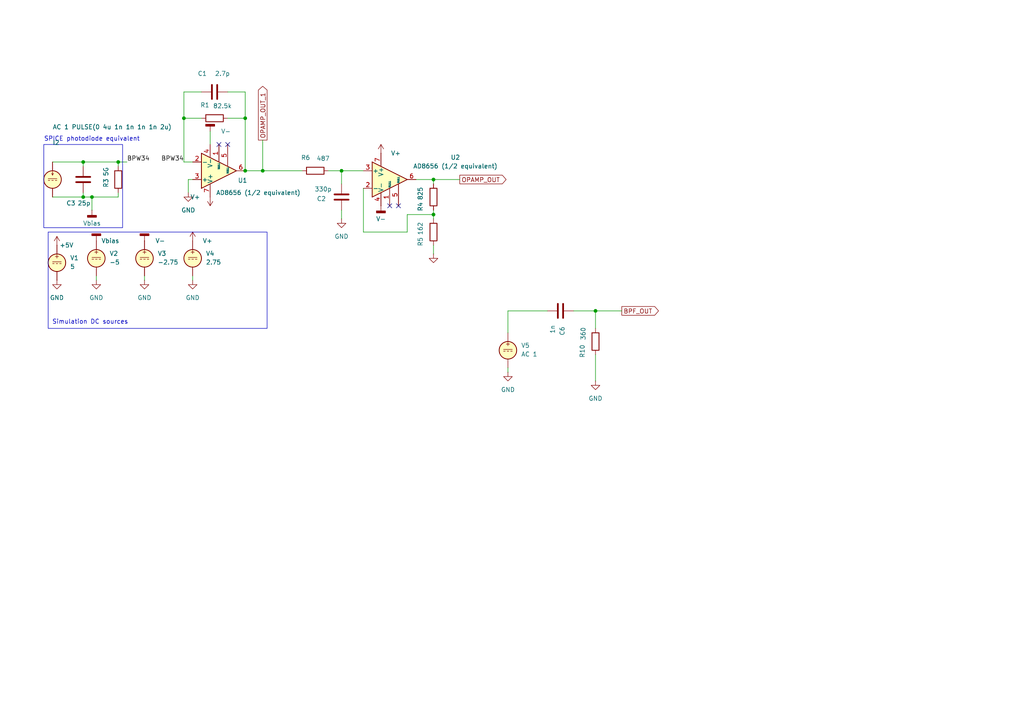
<source format=kicad_sch>
(kicad_sch (version 20250114) (generator "eeschema") (generator_version "9.0")
  (paper "A4")
  (lib_symbols
    (symbol "Amplifier_Operational:AD8655" (pin_names (offset 0.127))
      (property "Reference" "U" (at 0 6.35 0))
      (property "Value" "AD8655" (at 0 3.81 0))
      (symbol "AD8655_0_1"
        (polyline (pts (xy -5.08 5.08) (xy 5.08 0) (xy -5.08 -5.08) (xy -5.08 5.08)) (stroke (width 0.254)) (fill (type background)))
      )
      (symbol "AD8655_1_1"
        (pin input line (at -7.62 2.54 0) (length 2.54) (name "+") (number "3"))
        (pin input line (at -7.62 -2.54 0) (length 2.54) (name "-") (number "2"))
        (pin power_in line (at -2.54 7.62 270) (length 3.81) (name "V+") (number "7"))
        (pin power_in line (at -2.54 -7.62 90) (length 3.81) (name "V-") (number "4"))
        (pin no_connect line (at 0 2.54 270) (length 2.54) (hide yes) (name "NC") (number "8"))
        (pin input line (at 0 -7.62 90) (length 5.08) (name "NULL") (number "1"))
        (pin input line (at 2.54 -7.62 90) (length 6.35) (name "NULL") (number "5"))
        (pin output line (at 7.62 0 180) (length 2.54) (name "~") (number "6"))
      )
    )
    (symbol "Device:C" (pin_numbers (hide yes)) (pin_names (offset 0.254))
      (property "Reference" "C" (at 0.635 2.54 0))
      (property "Value" "C" (at 0.635 -2.54 0))
      (symbol "C_0_1"
        (polyline (pts (xy -2.032 0.762) (xy 2.032 0.762)) (stroke (width 0.508)))
        (polyline (pts (xy -2.032 -0.762) (xy 2.032 -0.762)) (stroke (width 0.508)))
      )
      (symbol "C_1_1"
        (pin passive line (at 0 3.81 270) (length 2.794) (name "~") (number "1"))
        (pin passive line (at 0 -3.81 90) (length 2.794) (name "~") (number "2"))
      )
    )
    (symbol "Device:R" (pin_numbers (hide yes)) (pin_names (offset 0))
      (property "Reference" "R" (at 2.032 0 90))
      (property "Value" "R" (at 0 0 90))
      (symbol "R_0_1"
        (rectangle (start -1.016 -2.54) (end 1.016 2.54) (stroke (width 0.254)))
      )
      (symbol "R_1_1"
        (pin passive line (at 0 3.81 270) (length 1.27) (name "~") (number "1"))
        (pin passive line (at 0 -3.81 90) (length 1.27) (name "~") (number "2"))
      )
    )
    (symbol "Simulation_SPICE:IDC" (pin_numbers (hide yes)) (pin_names (offset 0.0254))
      (property "Reference" "I" (at 2.54 2.54 0))
      (property "Value" "1" (at 2.54 0 0))
      (symbol "IDC_0_0"
        (polyline (pts (xy -1.27 0.254) (xy 1.27 0.254)))
        (polyline (pts (xy -0.762 -0.254) (xy -1.27 -0.254)))
        (polyline (pts (xy 0.254 -0.254) (xy -0.254 -0.254)))
        (polyline (pts (xy 1.27 -0.254) (xy 0.762 -0.254)))
      )
      (symbol "IDC_0_1"
        (polyline (pts (xy -0.254 1.778) (xy 0 1.27) (xy 0.254 1.778)))
        (polyline (pts (xy 0 1.27) (xy 0 2.286)))
        (circle (center 0 0) (radius 2.54) (stroke (width 0.254)) (fill (type background)))
      )
      (symbol "IDC_1_1"
        (pin passive line (at 0 5.08 270) (length 2.54) (name "~") (number "1"))
        (pin passive line (at 0 -5.08 90) (length 2.54) (name "~") (number "2"))
      )
    )
    (symbol "Simulation_SPICE:VDC" (pin_numbers (hide yes)) (pin_names (offset 0.0254))
      (property "Reference" "V" (at 2.54 2.54 0))
      (property "Value" "1" (at 2.54 0 0))
      (symbol "VDC_0_0"
        (polyline (pts (xy -1.27 0.254) (xy 1.27 0.254)))
        (polyline (pts (xy -0.762 -0.254) (xy -1.27 -0.254)))
        (polyline (pts (xy 0.254 -0.254) (xy -0.254 -0.254)))
        (polyline (pts (xy 1.27 -0.254) (xy 0.762 -0.254)))
        (text "+" (at 0 1.905 0) (effects (font (size 1.27 1.27))))
      )
      (symbol "VDC_0_1"
        (circle (center 0 0) (radius 2.54) (stroke (width 0.254)) (fill (type background)))
      )
      (symbol "VDC_1_1"
        (pin passive line (at 0 5.08 270) (length 2.54) (name "~") (number "1"))
        (pin passive line (at 0 -5.08 90) (length 2.54) (name "~") (number "2"))
      )
    )
    (symbol "power:+5V" (power) (pin_numbers (hide yes)) (pin_names (offset 0) (hide yes))
      (property "Value" "+5V" (at 0 3.556 0))
      (symbol "+5V_0_1"
        (polyline (pts (xy -0.762 1.27) (xy 0 2.54)))
        (polyline (pts (xy 0 2.54) (xy 0.762 1.27)))
        (polyline (pts (xy 0 0) (xy 0 2.54)))
      )
      (symbol "+5V_1_1"
        (pin power_in line (at 0 0 90) (length 0) (name "~") (number "1"))
      )
    )
    (symbol "power:GND" (power) (pin_numbers (hide yes)) (pin_names (offset 0) (hide yes))
      (property "Value" "GND" (at 0 -3.81 0))
      (symbol "GND_0_1"
        (polyline (pts (xy 0 0) (xy 0 -1.27) (xy 1.27 -1.27) (xy 0 -2.54) (xy -1.27 -1.27) (xy 0 -1.27)))
      )
      (symbol "GND_1_1"
        (pin power_in line (at 0 0 270) (length 0) (name "~") (number "1"))
      )
    )
    (symbol "power:GNDD" (power) (pin_numbers (hide yes)) (pin_names (offset 0) (hide yes))
      (property "Value" "GNDD" (at 0 -3.175 0))
      (symbol "GNDD_0_1"
        (rectangle (start -1.27 -1.524) (end 1.27 -2.032) (stroke (width 0.254)) (fill (type outline)))
        (polyline (pts (xy 0 0) (xy 0 -1.524)))
      )
      (symbol "GNDD_1_1"
        (pin power_in line (at 0 0 270) (length 0) (name "~") (number "1"))
      )
    )
  )
  (rectangle (start 12.7 41.91) (end 35.56 66.04))
  (rectangle (start 13.97 67.31) (end 77.47 95.25))
  (text "SPICE photodiode equivalent" (at 26.67 40.386 0) (effects (font (size 1.27 1.27))))
  (text "Simulation DC sources\n" (at 26.162 93.472 0) (effects (font (size 1.27 1.27))))
  (junction (at 99.06 49.53))
  (junction (at 71.12 34.29))
  (junction (at 24.13 46.99))
  (junction (at 34.29 46.99))
  (junction (at 125.73 52.07))
  (junction (at 125.73 62.23))
  (junction (at 76.2 49.53))
  (junction (at 24.13 57.15))
  (junction (at 26.67 57.15))
  (junction (at 172.72 90.17))
  (junction (at 71.12 49.53))
  (junction (at 53.34 34.29))
  (no_connect (at 63.5 41.91))
  (no_connect (at 66.04 41.91))
  (no_connect (at 113.03 59.69))
  (no_connect (at 115.57 59.69))
  (wire (pts (xy 125.73 53.34) (xy 125.73 52.07)))
  (wire (pts (xy 34.29 55.88) (xy 34.29 57.15)))
  (wire (pts (xy 15.24 46.99) (xy 24.13 46.99)))
  (wire (pts (xy 24.13 57.15) (xy 26.67 57.15)))
  (wire (pts (xy 53.34 26.67) (xy 53.34 34.29)))
  (wire (pts (xy 41.91 80.01) (xy 41.91 81.28)))
  (wire (pts (xy 34.29 48.26) (xy 34.29 46.99)))
  (wire (pts (xy 99.06 49.53) (xy 105.41 49.53)))
  (wire (pts (xy 24.13 46.99) (xy 34.29 46.99)))
  (wire (pts (xy 66.04 34.29) (xy 71.12 34.29)))
  (wire (pts (xy 27.94 80.01) (xy 27.94 81.28)))
  (wire (pts (xy 71.12 34.29) (xy 71.12 49.53)))
  (wire (pts (xy 71.12 49.53) (xy 76.2 49.53)))
  (wire (pts (xy 76.2 40.64) (xy 76.2 49.53)))
  (wire (pts (xy 15.24 57.15) (xy 24.13 57.15)))
  (wire (pts (xy 53.34 34.29) (xy 53.34 46.99)))
  (wire (pts (xy 118.11 62.23) (xy 125.73 62.23)))
  (wire (pts (xy 24.13 46.99) (xy 24.13 48.26)))
  (wire (pts (xy 172.72 102.87) (xy 172.72 110.49)))
  (wire (pts (xy 58.42 26.67) (xy 53.34 26.67)))
  (wire (pts (xy 54.61 52.07) (xy 55.88 52.07)))
  (wire (pts (xy 166.37 90.17) (xy 172.72 90.17)))
  (wire (pts (xy 125.73 73.66) (xy 125.73 71.12)))
  (wire (pts (xy 105.41 67.31) (xy 118.11 67.31)))
  (wire (pts (xy 76.2 49.53) (xy 87.63 49.53)))
  (wire (pts (xy 99.06 49.53) (xy 99.06 53.34)))
  (wire (pts (xy 26.67 57.15) (xy 34.29 57.15)))
  (wire (pts (xy 71.12 26.67) (xy 71.12 34.29)))
  (wire (pts (xy 53.34 46.99) (xy 55.88 46.99)))
  (wire (pts (xy 55.88 80.01) (xy 55.88 81.28)))
  (wire (pts (xy 147.32 96.52) (xy 147.32 90.17)))
  (wire (pts (xy 125.73 52.07) (xy 133.35 52.07)))
  (wire (pts (xy 105.41 54.61) (xy 105.41 67.31)))
  (wire (pts (xy 26.67 60.96) (xy 26.67 57.15)))
  (wire (pts (xy 125.73 62.23) (xy 125.73 60.96)))
  (wire (pts (xy 34.29 46.99) (xy 36.83 46.99)))
  (wire (pts (xy 60.96 38.1) (xy 60.96 41.91)))
  (wire (pts (xy 147.32 90.17) (xy 158.75 90.17)))
  (wire (pts (xy 125.73 63.5) (xy 125.73 62.23)))
  (wire (pts (xy 99.06 63.5) (xy 99.06 60.96)))
  (wire (pts (xy 24.13 55.88) (xy 24.13 57.15)))
  (wire (pts (xy 125.73 52.07) (xy 120.65 52.07)))
  (wire (pts (xy 118.11 67.31) (xy 118.11 62.23)))
  (wire (pts (xy 172.72 95.25) (xy 172.72 90.17)))
  (wire (pts (xy 54.61 55.88) (xy 54.61 52.07)))
  (wire (pts (xy 147.32 106.68) (xy 147.32 107.95)))
  (wire (pts (xy 95.25 49.53) (xy 99.06 49.53)))
  (wire (pts (xy 53.34 34.29) (xy 58.42 34.29)))
  (wire (pts (xy 172.72 90.17) (xy 180.34 90.17)))
  (wire (pts (xy 66.04 26.67) (xy 71.12 26.67)))
  (label "BPW34" (at 53.34 46.99 180))
  (label "BPW34" (at 36.83 46.99 0))
  (global_label "OPAMP_OUT_1" (shape output) (at 76.2 40.64 90) (property "Intersheetrefs" "${INTERSHEET_REFS}" (effects (hide yes))))
  (global_label "BPF_OUT" (shape output) (at 180.34 90.17 0) (property "Intersheetrefs" "${INTERSHEET_REFS}" (effects (hide yes))))
  (global_label "OPAMP_OUT" (shape output) (at 133.35 52.07 0) (property "Intersheetrefs" "${INTERSHEET_REFS}" (effects (hide yes))))
  (symbol (lib_id "Device:C") (at 24.13 52.07 180) (unit 1) (in_bom no) (on_board no)
    (property "Reference" "C3" (at 20.574 58.928 0))
    (property "Value" "25p" (at 24.384 58.928 0))
    (property "Description" "Unpolarized capacitor" (effects (hide yes)))
  )
  (symbol (lib_id "power:GND") (at 55.88 81.28 0) (unit 1) (in_bom no) (on_board no)
    (property "Reference" "#PWR07" (effects (hide yes)))
    (property "Value" "GND" (at 55.88 86.36 0))
    (property "Description" "Power symbol creates a global label with name \"GND\" , ground" (effects (hide yes)))
  )
  (symbol (lib_id "Amplifier_Operational:AD8655") (at 113.03 52.07 0) (unit 1)
    (property "Reference" "U2" (at 132.08 45.6498 0))
    (property "Value" "AD8656 (1/2 equivalent)" (at 132.08 48.1898 0))
    (property "Datasheet" "https://www.analog.com/media/en/technical-documentation/data-sheets/ad8655_8656.pdf" (effects (hide yes)))
    (property "Description" "Single Low Noise, Precision CMOS Amplifier" (effects (hide yes)))
    (property "Sim.Library" "ad8656.cir" (effects (hide yes)))
    (property "Sim.Name" "AD8656" (effects (hide yes)))
    (property "Sim.Device" "SUBCKT" (effects (hide yes)))
    (property "Sim.Pins" "2=2 3=1 4=50 6=45 7=99" (effects (hide yes)))
  )
  (symbol (lib_id "power:GND") (at 172.72 110.49 0) (unit 1)
    (property "Reference" "#PWR022" (effects (hide yes)))
    (property "Value" "GND" (at 172.72 115.57 0))
    (property "Description" "Power symbol creates a global label with name \"GND\" , ground" (effects (hide yes)))
  )
  (symbol (lib_id "power:GND") (at 27.94 81.28 0) (unit 1) (in_bom no) (on_board no)
    (property "Reference" "#PWR010" (effects (hide yes)))
    (property "Value" "GND" (at 27.94 86.36 0))
    (property "Description" "Power symbol creates a global label with name \"GND\" , ground" (effects (hide yes)))
  )
  (symbol (lib_id "power:GNDD") (at 60.96 38.1 180) (unit 1) (in_bom no) (on_board no)
    (property "Reference" "#PWR016" (effects (hide yes)))
    (property "Value" "V-" (at 65.532 38.1 0))
    (property "Description" "Power symbol creates a global label with name \"GNDD\" , digital ground" (effects (hide yes)))
  )
  (symbol (lib_id "power:GND") (at 16.51 81.28 0) (unit 1) (in_bom no) (on_board no)
    (property "Reference" "#PWR09" (effects (hide yes)))
    (property "Value" "GND" (at 16.51 86.36 0))
    (property "Description" "Power symbol creates a global label with name \"GND\" , ground" (effects (hide yes)))
  )
  (symbol (lib_id "Simulation_SPICE:VDC") (at 147.32 101.6 0) (unit 1) (in_bom no) (on_board no)
    (property "Reference" "V5" (at 151.13 100.2001 0) (effects (justify left)))
    (property "Value" "AC 1" (at 151.13 102.7401 0) (effects (justify left)))
    (property "Datasheet" "https://ngspice.sourceforge.io/docs/ngspice-html-manual/manual.xhtml#sec_Independent_Sources_for" (effects (hide yes)))
    (property "Description" "Voltage source, DC" (effects (hide yes)))
    (property "Sim.Pins" "1=+ 2=-" (effects (hide yes)))
    (property "Sim.Type" "DC" (effects (hide yes)))
    (property "Sim.Device" "V" (effects (hide yes)))
  )
  (symbol (lib_id "power:GND") (at 99.06 63.5 0) (unit 1)
    (property "Reference" "#PWR014" (effects (hide yes)))
    (property "Value" "GND" (at 99.06 68.58 0))
    (property "Description" "Power symbol creates a global label with name \"GND\" , ground" (effects (hide yes)))
  )
  (symbol (lib_id "power:+5V") (at 16.51 71.12 0) (unit 1) (in_bom no) (on_board no)
    (property "Reference" "#PWR08" (effects (hide yes)))
    (property "Value" "+5V" (at 19.304 71.12 0))
    (property "Description" "Power symbol creates a global label with name \"+5V\"" (effects (hide yes)))
  )
  (symbol (lib_id "power:GND") (at 41.91 81.28 0) (unit 1) (in_bom no) (on_board no)
    (property "Reference" "#PWR04" (effects (hide yes)))
    (property "Value" "GND" (at 41.91 86.36 0))
    (property "Description" "Power symbol creates a global label with name \"GND\" , ground" (effects (hide yes)))
  )
  (symbol (lib_id "power:GND") (at 54.61 55.88 0) (unit 1)
    (property "Reference" "#PWR01" (effects (hide yes)))
    (property "Value" "GND" (at 54.61 60.96 0))
    (property "Description" "Power symbol creates a global label with name \"GND\" , ground" (effects (hide yes)))
  )
  (symbol (lib_id "Device:C") (at 99.06 57.15 180) (unit 1)
    (property "Reference" "C2" (at 93.218 57.658 0))
    (property "Value" "330p" (at 93.726 54.864 0))
    (property "Description" "Unpolarized capacitor" (effects (hide yes)))
  )
  (symbol (lib_id "Device:R") (at 172.72 99.06 180) (unit 1)
    (property "Reference" "R10" (at 168.91 101.854 90))
    (property "Value" "360" (at 169.164 96.774 90))
    (property "Description" "Resistor" (effects (hide yes)))
    (property "Sim.Device" "R" (effects (hide yes)))
    (property "Sim.Pins" "1=- 2=+" (effects (hide yes)))
  )
  (symbol (lib_id "power:GNDD") (at 110.49 59.69 0) (unit 1)
    (property "Reference" "#PWR03" (effects (hide yes)))
    (property "Value" "V-" (at 110.49 63.5 0))
    (property "Description" "Power symbol creates a global label with name \"GNDD\" , digital ground" (effects (hide yes)))
  )
  (symbol (lib_id "Amplifier_Operational:AD8655") (at 63.5 49.53 0) (mirror x) (unit 1)
    (property "Reference" "U1" (at 70.358 52.324 0))
    (property "Value" "AD8656 (1/2 equivalent)" (at 74.93 55.88 0))
    (property "Datasheet" "https://www.analog.com/media/en/technical-documentation/data-sheets/ad8655_8656.pdf" (effects (hide yes)))
    (property "Description" "Single Low Noise, Precision CMOS Amplifier" (effects (hide yes)))
    (property "Sim.Library" "ad8656.cir" (effects (hide yes)))
    (property "Sim.Name" "AD8656" (effects (hide yes)))
    (property "Sim.Device" "SUBCKT" (effects (hide yes)))
    (property "Sim.Pins" "2=2 3=1 4=50 6=45 7=99" (effects (hide yes)))
  )
  (symbol (lib_id "Device:R") (at 91.44 49.53 90) (unit 1)
    (property "Reference" "R6" (at 88.646 45.72 90))
    (property "Value" "487" (at 93.726 45.974 90))
    (property "Description" "Resistor" (effects (hide yes)))
    (property "Sim.Device" "R" (effects (hide yes)))
    (property "Sim.Pins" "1=- 2=+" (effects (hide yes)))
  )
  (symbol (lib_id "Device:R") (at 34.29 52.07 180) (unit 1) (in_bom no) (on_board no)
    (property "Reference" "R3" (at 30.734 53.086 90))
    (property "Value" "5G" (at 30.734 49.784 90))
    (property "Description" "Resistor" (effects (hide yes)))
  )
  (symbol (lib_id "Simulation_SPICE:VDC") (at 41.91 74.93 0) (unit 1) (in_bom no) (on_board no)
    (property "Reference" "V3" (at 45.72 73.5301 0) (effects (justify left)))
    (property "Value" "-2.75" (at 45.72 76.0701 0) (effects (justify left)))
    (property "Datasheet" "https://ngspice.sourceforge.io/docs/ngspice-html-manual/manual.xhtml#sec_Independent_Sources_for" (effects (hide yes)))
    (property "Description" "Voltage source, DC" (effects (hide yes)))
    (property "Sim.Pins" "1=+ 2=-" (effects (hide yes)))
    (property "Sim.Type" "DC" (effects (hide yes)))
    (property "Sim.Device" "V" (effects (hide yes)))
  )
  (symbol (lib_id "Device:R") (at 125.73 67.31 180) (unit 1)
    (property "Reference" "R5" (at 121.92 70.104 90))
    (property "Value" "162" (at 121.92 66.294 90))
    (property "Description" "Resistor" (effects (hide yes)))
  )
  (symbol (lib_id "power:+5V") (at 110.49 44.45 0) (unit 1) (in_bom no) (on_board no)
    (property "Reference" "#PWR05" (effects (hide yes)))
    (property "Value" "V+" (at 114.808 44.45 0))
    (property "Description" "Power symbol creates a global label with name \"+5V\"" (effects (hide yes)))
  )
  (symbol (lib_id "Device:R") (at 62.23 34.29 90) (unit 1)
    (property "Reference" "R1" (at 59.436 30.48 90))
    (property "Value" "82.5k" (at 64.516 30.734 90))
    (property "Description" "Resistor" (effects (hide yes)))
    (property "Sim.Device" "R" (effects (hide yes)))
    (property "Sim.Pins" "1=- 2=+" (effects (hide yes)))
  )
  (symbol (lib_id "power:GND") (at 125.73 73.66 0) (unit 1)
    (property "Reference" "#PWR06" (effects (hide yes)))
    (property "Value" "GND" (effects (hide yes)))
    (property "Description" "Power symbol creates a global label with name \"GND\" , ground" (effects (hide yes)))
  )
  (symbol (lib_id "Simulation_SPICE:VDC") (at 55.88 74.93 0) (unit 1) (in_bom no) (on_board no)
    (property "Reference" "V4" (at 59.69 73.5301 0) (effects (justify left)))
    (property "Value" "2.75" (at 59.69 76.0701 0) (effects (justify left)))
    (property "Datasheet" "https://ngspice.sourceforge.io/docs/ngspice-html-manual/manual.xhtml#sec_Independent_Sources_for" (effects (hide yes)))
    (property "Description" "Voltage source, DC" (effects (hide yes)))
    (property "Sim.Pins" "1=+ 2=-" (effects (hide yes)))
    (property "Sim.Type" "DC" (effects (hide yes)))
    (property "Sim.Device" "V" (effects (hide yes)))
  )
  (symbol (lib_id "power:GNDD") (at 26.67 60.96 0) (unit 1)
    (property "Reference" "#PWR02" (effects (hide yes)))
    (property "Value" "Vbias" (at 26.67 64.77 0))
    (property "Description" "Power symbol creates a global label with name \"GNDD\" , digital ground" (effects (hide yes)))
  )
  (symbol (lib_id "power:GND") (at 147.32 107.95 0) (unit 1) (in_bom no) (on_board no)
    (property "Reference" "#PWR017" (effects (hide yes)))
    (property "Value" "GND" (at 147.32 113.03 0))
    (property "Description" "Power symbol creates a global label with name \"GND\" , ground" (effects (hide yes)))
  )
  (symbol (lib_id "Simulation_SPICE:IDC") (at 15.24 52.07 0) (unit 1)
    (property "Reference" "I2" (at 15.24 41.402 0) (effects (justify left)))
    (property "Value" "AC 1 PULSE(0 4u 1n 1n 1n 1n 2u)" (at 15.24 36.83 0) (effects (justify left)))
    (property "Datasheet" "https://ngspice.sourceforge.io/docs/ngspice-html-manual/manual.xhtml#sec_Independent_Sources_for" (effects (hide yes)))
    (property "Description" "Current source, DC" (effects (hide yes)))
    (property "Sim.Pins" "1=+ 2=-" (effects (hide yes)))
    (property "Sim.Type" "DC" (effects (hide yes)))
    (property "Sim.Device" "I" (effects (hide yes)))
  )
  (symbol (lib_id "power:+5V") (at 55.88 69.85 0) (unit 1) (in_bom no) (on_board no)
    (property "Reference" "#PWR011" (effects (hide yes)))
    (property "Value" "V+" (at 60.198 69.85 0))
    (property "Description" "Power symbol creates a global label with name \"+5V\"" (effects (hide yes)))
  )
  (symbol (lib_id "Device:C") (at 62.23 26.67 90) (unit 1)
    (property "Reference" "C1" (at 58.674 21.336 90))
    (property "Value" "2.7p" (at 64.516 21.336 90))
    (property "Description" "Unpolarized capacitor" (effects (hide yes)))
  )
  (symbol (lib_id "power:GNDD") (at 41.91 69.85 180) (unit 1) (in_bom no) (on_board no)
    (property "Reference" "#PWR013" (effects (hide yes)))
    (property "Value" "V-" (at 46.482 69.85 0))
    (property "Description" "Power symbol creates a global label with name \"GNDD\" , digital ground" (effects (hide yes)))
  )
  (symbol (lib_id "Simulation_SPICE:VDC") (at 27.94 74.93 0) (unit 1) (in_bom no) (on_board no)
    (property "Reference" "V2" (at 31.75 73.5301 0) (effects (justify left)))
    (property "Value" "-5" (at 31.75 76.0701 0) (effects (justify left)))
    (property "Datasheet" "https://ngspice.sourceforge.io/docs/ngspice-html-manual/manual.xhtml#sec_Independent_Sources_for" (effects (hide yes)))
    (property "Description" "Voltage source, DC" (effects (hide yes)))
    (property "Sim.Pins" "1=+ 2=-" (effects (hide yes)))
    (property "Sim.Type" "DC" (effects (hide yes)))
    (property "Sim.Device" "V" (effects (hide yes)))
  )
  (symbol (lib_id "Device:C") (at 162.56 90.17 270) (unit 1)
    (property "Reference" "C6" (at 163.068 96.012 0))
    (property "Value" "1n" (at 160.274 95.504 0))
    (property "Description" "Unpolarized capacitor" (effects (hide yes)))
  )
  (symbol (lib_id "Simulation_SPICE:VDC") (at 16.51 76.2 0) (unit 1) (in_bom no) (on_board no)
    (property "Reference" "V1" (at 20.32 74.8001 0) (effects (justify left)))
    (property "Value" "5" (at 20.32 77.3401 0) (effects (justify left)))
    (property "Datasheet" "https://ngspice.sourceforge.io/docs/ngspice-html-manual/manual.xhtml#sec_Independent_Sources_for" (effects (hide yes)))
    (property "Description" "Voltage source, DC" (effects (hide yes)))
    (property "Sim.Pins" "1=+ 2=-" (effects (hide yes)))
    (property "Sim.Type" "DC" (effects (hide yes)))
    (property "Sim.Device" "V" (effects (hide yes)))
  )
  (symbol (lib_id "power:+5V") (at 60.96 57.15 180) (unit 1) (in_bom no) (on_board no)
    (property "Reference" "#PWR015" (effects (hide yes)))
    (property "Value" "V+" (at 56.642 57.15 0))
    (property "Description" "Power symbol creates a global label with name \"+5V\"" (effects (hide yes)))
  )
  (symbol (lib_id "Device:R") (at 125.73 57.15 180) (unit 1)
    (property "Reference" "R4" (at 121.92 59.944 90))
    (property "Value" "825" (at 121.92 56.134 90))
    (property "Description" "Resistor" (effects (hide yes)))
  )
  (symbol (lib_id "power:GNDD") (at 27.94 69.85 180) (unit 1) (in_bom no) (on_board no)
    (property "Reference" "#PWR012" (effects (hide yes)))
    (property "Value" "Vbias" (at 32.004 69.85 0))
    (property "Description" "Power symbol creates a global label with name \"GNDD\" , digital ground" (effects (hide yes)))
  )
)
</source>
